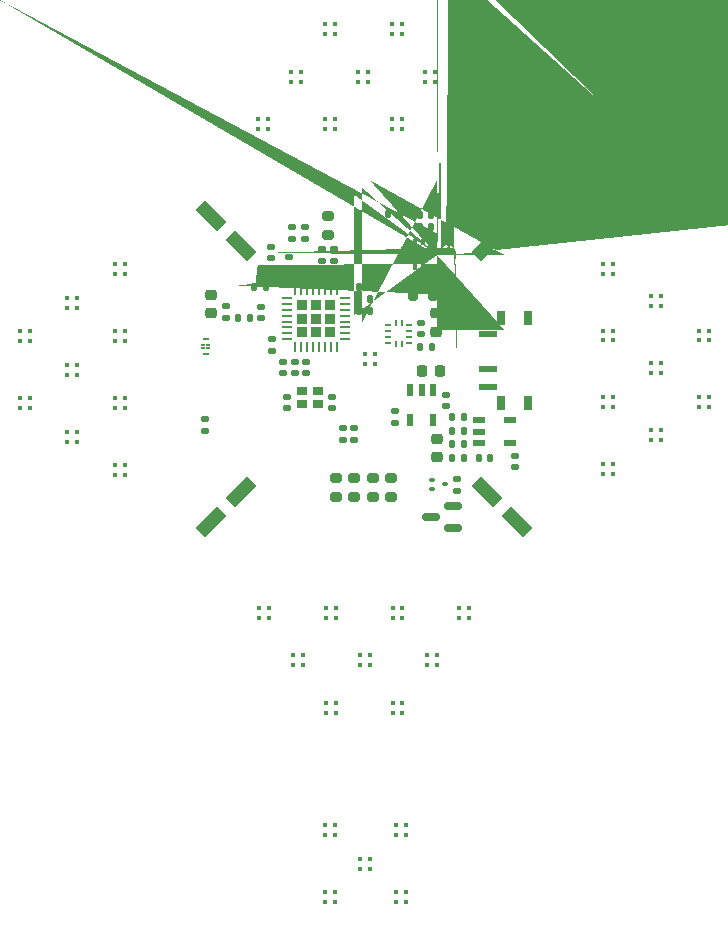
<source format=gbp>
G04 #@! TF.GenerationSoftware,KiCad,Pcbnew,9.0.3*
G04 #@! TF.CreationDate,2025-08-05T11:28:11+01:00*
G04 #@! TF.ProjectId,Badge ESC 2025,42616467-6520-4455-9343-20323032352e,rev?*
G04 #@! TF.SameCoordinates,Original*
G04 #@! TF.FileFunction,Paste,Bot*
G04 #@! TF.FilePolarity,Positive*
%FSLAX46Y46*%
G04 Gerber Fmt 4.6, Leading zero omitted, Abs format (unit mm)*
G04 Created by KiCad (PCBNEW 9.0.3) date 2025-08-05 11:28:11*
%MOMM*%
%LPD*%
G01*
G04 APERTURE LIST*
G04 Aperture macros list*
%AMRoundRect*
0 Rectangle with rounded corners*
0 $1 Rounding radius*
0 $2 $3 $4 $5 $6 $7 $8 $9 X,Y pos of 4 corners*
0 Add a 4 corners polygon primitive as box body*
4,1,4,$2,$3,$4,$5,$6,$7,$8,$9,$2,$3,0*
0 Add four circle primitives for the rounded corners*
1,1,$1+$1,$2,$3*
1,1,$1+$1,$4,$5*
1,1,$1+$1,$6,$7*
1,1,$1+$1,$8,$9*
0 Add four rect primitives between the rounded corners*
20,1,$1+$1,$2,$3,$4,$5,0*
20,1,$1+$1,$4,$5,$6,$7,0*
20,1,$1+$1,$6,$7,$8,$9,0*
20,1,$1+$1,$8,$9,$2,$3,0*%
%AMRotRect*
0 Rectangle, with rotation*
0 The origin of the aperture is its center*
0 $1 length*
0 $2 width*
0 $3 Rotation angle, in degrees counterclockwise*
0 Add horizontal line*
21,1,$1,$2,0,0,$3*%
%AMFreePoly0*
4,1,203,0.732361,0.904721,0.741803,0.900000,0.750000,0.900000,0.785355,0.885355,0.789617,0.881093,0.802361,0.874721,0.815355,0.865355,0.819617,0.861093,0.832361,0.854721,0.845355,0.845355,0.855355,0.835355,0.864721,0.822361,0.871093,0.809617,0.875355,0.805355,0.890000,0.770000,0.890000,0.761803,0.894721,0.752361,0.900000,0.730000,0.900000,0.680000,0.894721,0.657639,
0.890000,0.648197,0.890000,0.640000,0.875355,0.604645,0.871093,0.600383,0.864721,0.587639,0.855355,0.574645,0.845355,0.564645,0.832361,0.555279,0.819617,0.548907,0.815355,0.544645,0.802361,0.535279,0.789617,0.528907,0.785355,0.524645,0.750000,0.510000,0.741803,0.510000,0.732361,0.505279,0.710000,0.500000,0.636155,0.500000,0.602127,0.491493,0.590000,0.490000,
0.568113,0.490000,0.522166,0.474684,0.497735,0.458397,0.485811,0.452566,0.462166,0.444684,0.381851,0.391141,0.365355,0.374645,0.357735,0.368397,0.336055,0.353944,0.321603,0.332265,0.315355,0.324645,0.298859,0.308149,0.265315,0.257834,0.257434,0.234189,0.251603,0.222265,0.235315,0.197834,0.228042,0.176013,0.218507,0.137873,0.217434,0.134189,0.200000,0.081887,
0.200000,-0.071887,0.217434,-0.124189,0.218507,-0.127873,0.228042,-0.166013,0.235315,-0.187834,0.251603,-0.212265,0.257434,-0.224189,0.265315,-0.247834,0.278859,-0.268149,0.295355,-0.284645,0.301603,-0.292265,0.336055,-0.343944,0.357735,-0.358397,0.365355,-0.364645,0.381851,-0.381141,0.462166,-0.434684,0.485811,-0.442566,0.497735,-0.448397,0.522166,-0.464684,0.568113,-0.480000,
0.590000,-0.480000,0.602127,-0.481493,0.636155,-0.490000,0.710000,-0.490000,0.732361,-0.495279,0.741803,-0.500000,0.750000,-0.500000,0.785355,-0.514645,0.789617,-0.518907,0.802361,-0.525279,0.815355,-0.534645,0.819617,-0.538907,0.832361,-0.545279,0.845355,-0.554645,0.855355,-0.564645,0.864721,-0.577639,0.871093,-0.590383,0.875355,-0.594645,0.890000,-0.630000,0.890000,-0.638197,
0.894721,-0.647639,0.900000,-0.670000,0.900000,-0.720000,0.894721,-0.742361,0.890000,-0.751803,0.890000,-0.760000,0.875355,-0.795355,0.871093,-0.799617,0.864721,-0.812361,0.855355,-0.825355,0.845355,-0.835355,0.832361,-0.844721,0.819617,-0.851093,0.815355,-0.855355,0.802361,-0.864721,0.789617,-0.871093,0.785355,-0.875355,0.750000,-0.890000,0.741803,-0.890000,0.732361,-0.894721,
0.710000,-0.900000,0.650000,-0.900000,0.637873,-0.898507,0.603845,-0.890000,0.570000,-0.890000,0.557873,-0.888507,0.397873,-0.848507,0.387639,-0.844721,0.352549,-0.827176,0.317873,-0.818507,0.307639,-0.814721,0.267639,-0.794721,0.262265,-0.791603,0.232265,-0.771603,0.230000,-0.770000,0.191116,-0.740837,0.162265,-0.721603,0.160000,-0.720000,0.121116,-0.690837,0.092265,-0.671603,
0.084645,-0.665355,0.024645,-0.605355,0.018397,-0.597735,-0.000837,-0.568884,-0.030000,-0.530000,-0.031603,-0.527735,-0.050837,-0.498884,-0.080000,-0.460000,-0.081603,-0.457735,-0.101603,-0.427735,-0.104721,-0.422361,-0.124721,-0.382361,-0.128507,-0.372127,-0.137176,-0.337451,-0.154721,-0.302361,-0.158507,-0.292127,-0.198507,-0.132127,-0.200000,-0.120000,-0.200000,-0.086155,-0.208507,-0.052127,
-0.210000,-0.040000,-0.210000,0.050000,-0.208507,0.062127,-0.200000,0.096155,-0.200000,0.130000,-0.198507,0.142127,-0.158507,0.302127,-0.154721,0.312361,-0.137176,0.347451,-0.128507,0.382127,-0.124721,0.392361,-0.104721,0.432361,-0.101603,0.437735,-0.081603,0.467735,-0.080000,0.470000,-0.050837,0.508884,-0.031603,0.537735,-0.030000,0.540000,-0.000837,0.578884,0.018397,0.607735,
0.024645,0.615355,0.084645,0.675355,0.092265,0.681603,0.121116,0.700837,0.160000,0.730000,0.162265,0.731603,0.191116,0.750837,0.230000,0.780000,0.232265,0.781603,0.262265,0.801603,0.267639,0.804721,0.307639,0.824721,0.317873,0.828507,0.352549,0.837176,0.387639,0.854721,0.397873,0.858507,0.557873,0.898507,0.570000,0.900000,0.603845,0.900000,0.637873,0.908507,
0.650000,0.910000,0.710000,0.910000,0.732361,0.904721,0.732361,0.904721,$1*%
%AMFreePoly1*
4,1,201,-0.647873,0.908507,-0.613845,0.900000,-0.580000,0.900000,-0.567873,0.898507,-0.407873,0.858507,-0.397639,0.854721,-0.362549,0.837176,-0.327873,0.828507,-0.317639,0.824721,-0.277639,0.804721,-0.272265,0.801603,-0.242265,0.781603,-0.240000,0.780000,-0.201116,0.750837,-0.172265,0.731603,-0.170000,0.730000,-0.131116,0.700837,-0.102265,0.681603,-0.094645,0.675355,-0.034645,0.615355,
-0.028397,0.607735,-0.009163,0.578884,0.020000,0.540000,0.021603,0.537735,0.040837,0.508884,0.070000,0.470000,0.071603,0.467735,0.091603,0.437735,0.094721,0.432361,0.114721,0.392361,0.118507,0.382127,0.127176,0.347451,0.144721,0.312361,0.148507,0.302127,0.188507,0.142127,0.190000,0.130000,0.190000,0.096155,0.198507,0.062127,0.200000,0.050000,0.200000,-0.040000,
0.198507,-0.052127,0.190000,-0.086155,0.190000,-0.120000,0.188507,-0.132127,0.148507,-0.292127,0.144721,-0.302361,0.127176,-0.337451,0.118507,-0.372127,0.114721,-0.382361,0.094721,-0.422361,0.091603,-0.427735,0.071603,-0.457735,0.070000,-0.460000,0.040837,-0.498884,0.021603,-0.527735,0.020000,-0.530000,-0.009163,-0.568884,-0.028397,-0.597735,-0.034645,-0.605355,-0.094645,-0.665355,
-0.102265,-0.671603,-0.131116,-0.690837,-0.170000,-0.720000,-0.172265,-0.721603,-0.201116,-0.740837,-0.240000,-0.770000,-0.242265,-0.771603,-0.272265,-0.791603,-0.277639,-0.794721,-0.317639,-0.814721,-0.327873,-0.818507,-0.362549,-0.827176,-0.397639,-0.844721,-0.407873,-0.848507,-0.567873,-0.888507,-0.580000,-0.890000,-0.613845,-0.890000,-0.647873,-0.898507,-0.660000,-0.900000,-0.720000,-0.900000,
-0.742361,-0.894721,-0.751803,-0.890000,-0.760000,-0.890000,-0.795355,-0.875355,-0.799617,-0.871093,-0.812361,-0.864721,-0.825355,-0.855355,-0.829617,-0.851093,-0.842361,-0.844721,-0.855355,-0.835355,-0.865355,-0.825355,-0.874721,-0.812361,-0.884721,-0.792361,-0.889193,-0.773415,-0.894721,-0.762361,-0.900000,-0.740000,-0.900000,-0.731803,-0.904721,-0.722361,-0.910000,-0.700000,-0.910000,-0.690000,
-0.904721,-0.667639,-0.900000,-0.658197,-0.900000,-0.650000,-0.894721,-0.627639,-0.889193,-0.616584,-0.884721,-0.597639,-0.874721,-0.577639,-0.865355,-0.564645,-0.855355,-0.554645,-0.842361,-0.545279,-0.829617,-0.538907,-0.825355,-0.534645,-0.812361,-0.525279,-0.799617,-0.518907,-0.795355,-0.514645,-0.760000,-0.500000,-0.751803,-0.500000,-0.742361,-0.495279,-0.720000,-0.490000,-0.646155,-0.490000,
-0.612127,-0.481493,-0.600000,-0.480000,-0.578113,-0.480000,-0.532166,-0.464684,-0.507735,-0.448397,-0.495811,-0.442566,-0.472166,-0.434684,-0.391851,-0.381141,-0.375355,-0.364645,-0.367735,-0.358397,-0.346055,-0.343944,-0.311603,-0.292265,-0.305355,-0.284645,-0.288859,-0.268149,-0.255315,-0.217834,-0.238042,-0.166013,-0.228507,-0.127873,-0.227434,-0.124189,-0.210000,-0.071887,-0.210000,0.081887,
-0.227434,0.134189,-0.228507,0.137873,-0.238042,0.176013,-0.255315,0.227834,-0.308859,0.308149,-0.325355,0.324645,-0.331603,0.332265,-0.346055,0.353944,-0.367735,0.368397,-0.375355,0.374645,-0.391851,0.391141,-0.472166,0.444684,-0.495811,0.452566,-0.507735,0.458397,-0.532166,0.474684,-0.578113,0.490000,-0.600000,0.490000,-0.612127,0.491493,-0.646155,0.500000,-0.720000,0.500000,
-0.742361,0.505279,-0.751803,0.510000,-0.760000,0.510000,-0.795355,0.524645,-0.799617,0.528907,-0.812361,0.535279,-0.825355,0.544645,-0.829617,0.548907,-0.842361,0.555279,-0.855355,0.564645,-0.865355,0.574645,-0.874721,0.587639,-0.884721,0.607639,-0.889193,0.626584,-0.894721,0.637639,-0.900000,0.660000,-0.900000,0.668197,-0.904721,0.677639,-0.910000,0.700000,-0.910000,0.710000,
-0.904721,0.732361,-0.900000,0.741803,-0.900000,0.750000,-0.894721,0.772361,-0.889193,0.783415,-0.884721,0.802361,-0.874721,0.822361,-0.865355,0.835355,-0.855355,0.845355,-0.842361,0.854721,-0.829617,0.861093,-0.825355,0.865355,-0.812361,0.874721,-0.799617,0.881093,-0.795355,0.885355,-0.760000,0.900000,-0.751803,0.900000,-0.742361,0.904721,-0.720000,0.910000,-0.660000,0.910000,
-0.647873,0.908507,-0.647873,0.908507,$1*%
G04 Aperture macros list end*
%ADD10R,0.450000X0.450000*%
%ADD11RoundRect,0.135000X-0.135000X-0.185000X0.135000X-0.185000X0.135000X0.185000X-0.135000X0.185000X0*%
%ADD12RoundRect,0.140000X0.170000X-0.140000X0.170000X0.140000X-0.170000X0.140000X-0.170000X-0.140000X0*%
%ADD13R,0.500000X0.280000*%
%ADD14R,0.280000X0.500000*%
%ADD15R,0.900000X0.800000*%
%ADD16RoundRect,0.140000X-0.140000X-0.170000X0.140000X-0.170000X0.140000X0.170000X-0.140000X0.170000X0*%
%ADD17RoundRect,0.140000X0.140000X0.170000X-0.140000X0.170000X-0.140000X-0.170000X0.140000X-0.170000X0*%
%ADD18RoundRect,0.200000X0.275000X-0.200000X0.275000X0.200000X-0.275000X0.200000X-0.275000X-0.200000X0*%
%ADD19RoundRect,0.135000X-0.185000X0.135000X-0.185000X-0.135000X0.185000X-0.135000X0.185000X0.135000X0*%
%ADD20RoundRect,0.147500X0.172500X-0.147500X0.172500X0.147500X-0.172500X0.147500X-0.172500X-0.147500X0*%
%ADD21RoundRect,0.100000X-0.125000X-0.100000X0.125000X-0.100000X0.125000X0.100000X-0.125000X0.100000X0*%
%ADD22RoundRect,0.147500X-0.147500X-0.172500X0.147500X-0.172500X0.147500X0.172500X-0.147500X0.172500X0*%
%ADD23RoundRect,0.140000X-0.170000X0.140000X-0.170000X-0.140000X0.170000X-0.140000X0.170000X0.140000X0*%
%ADD24RoundRect,0.135000X0.135000X0.185000X-0.135000X0.185000X-0.135000X-0.185000X0.135000X-0.185000X0*%
%ADD25R,0.630000X0.220000*%
%ADD26R,0.300000X0.200000*%
%ADD27R,0.400000X0.600000*%
%ADD28FreePoly0,0.000000*%
%ADD29FreePoly1,0.000000*%
%ADD30RotRect,2.600000X1.100000X225.000000*%
%ADD31RoundRect,0.225000X-0.250000X0.225000X-0.250000X-0.225000X0.250000X-0.225000X0.250000X0.225000X0*%
%ADD32RotRect,2.600000X1.100000X45.000000*%
%ADD33RoundRect,0.200000X-0.275000X0.200000X-0.275000X-0.200000X0.275000X-0.200000X0.275000X0.200000X0*%
%ADD34RoundRect,0.150000X0.587500X0.150000X-0.587500X0.150000X-0.587500X-0.150000X0.587500X-0.150000X0*%
%ADD35R,0.600000X1.100000*%
%ADD36RoundRect,0.225000X0.225000X0.250000X-0.225000X0.250000X-0.225000X-0.250000X0.225000X-0.250000X0*%
%ADD37RotRect,2.600000X1.100000X315.000000*%
%ADD38R,1.100000X0.600000*%
%ADD39RoundRect,0.200000X-0.200000X-0.275000X0.200000X-0.275000X0.200000X0.275000X-0.200000X0.275000X0*%
%ADD40RoundRect,0.232500X-0.232500X-0.232500X0.232500X-0.232500X0.232500X0.232500X-0.232500X0.232500X0*%
%ADD41RoundRect,0.062500X-0.375000X-0.062500X0.375000X-0.062500X0.375000X0.062500X-0.375000X0.062500X0*%
%ADD42RoundRect,0.062500X-0.062500X-0.375000X0.062500X-0.375000X0.062500X0.375000X-0.062500X0.375000X0*%
%ADD43R,1.520000X0.600000*%
%ADD44R,0.700000X1.200000*%
%ADD45RoundRect,0.225000X0.250000X-0.225000X0.250000X0.225000X-0.250000X0.225000X-0.250000X-0.225000X0*%
%ADD46RotRect,2.600000X1.100000X135.000000*%
G04 APERTURE END LIST*
D10*
G04 #@! TO.C,LED25*
X142229668Y-120680000D03*
X141389668Y-120680000D03*
X142229668Y-121520000D03*
X141389668Y-121520000D03*
G04 #@! TD*
D11*
G04 #@! TO.C,R7*
X127370001Y-88180000D03*
X128389999Y-88180000D03*
G04 #@! TD*
D10*
G04 #@! TO.C,LED32*
X132780000Y-141575698D03*
X133620000Y-141575698D03*
X132780000Y-140735698D03*
X133620000Y-140735698D03*
G04 #@! TD*
D12*
G04 #@! TO.C,C31*
X148896000Y-104722000D03*
X148896000Y-103762000D03*
G04 #@! TD*
D13*
G04 #@! TO.C,U1*
X138140000Y-94200000D03*
X138140000Y-93700000D03*
X138140000Y-93200000D03*
X138140000Y-92700000D03*
D14*
X138770000Y-92570000D03*
X139270000Y-92570000D03*
D13*
X139900000Y-92700000D03*
X139900000Y-93200000D03*
X139900000Y-93700000D03*
X139900000Y-94200000D03*
D14*
X139270000Y-94330000D03*
X138770000Y-94330000D03*
G04 #@! TD*
D12*
G04 #@! TO.C,C20*
X140921000Y-93502000D03*
X140921000Y-92542000D03*
G04 #@! TD*
D10*
G04 #@! TO.C,LED10*
X157200000Y-88345099D03*
X157200000Y-87505099D03*
X156360000Y-88345099D03*
X156360000Y-87505099D03*
G04 #@! TD*
D15*
G04 #@! TO.C,Y1*
X130800000Y-98300000D03*
X132200000Y-98300000D03*
X132200000Y-99400000D03*
X130800000Y-99400000D03*
G04 #@! TD*
D16*
G04 #@! TO.C,C25*
X140820000Y-84420000D03*
X141780000Y-84420000D03*
G04 #@! TD*
D10*
G04 #@! TO.C,LED42*
X136160000Y-96000000D03*
X137000000Y-96000000D03*
X136160000Y-95160000D03*
X137000000Y-95160000D03*
G04 #@! TD*
G04 #@! TO.C,LED1*
X127991079Y-75300000D03*
X127151079Y-75300000D03*
X127991079Y-76140000D03*
X127151079Y-76140000D03*
G04 #@! TD*
G04 #@! TO.C,LED28*
X133620000Y-135068698D03*
X132780000Y-135068698D03*
X133620000Y-135908698D03*
X132780000Y-135908698D03*
G04 #@! TD*
D16*
G04 #@! TO.C,C8*
X145811000Y-103961000D03*
X146771000Y-103961000D03*
G04 #@! TD*
D10*
G04 #@! TO.C,LED23*
X130929668Y-120680000D03*
X130089668Y-120680000D03*
X130929668Y-121520000D03*
X130089668Y-121520000D03*
G04 #@! TD*
D16*
G04 #@! TO.C,C21*
X140840000Y-94600000D03*
X141800000Y-94600000D03*
G04 #@! TD*
D10*
G04 #@! TO.C,LED20*
X138503001Y-117500000D03*
X139343001Y-117500000D03*
X138503001Y-116660000D03*
X139343001Y-116660000D03*
G04 #@! TD*
D17*
G04 #@! TO.C,C16*
X136580000Y-89500000D03*
X135620000Y-89500000D03*
G04 #@! TD*
D12*
G04 #@! TO.C,C18*
X133400000Y-99730000D03*
X133400000Y-98770000D03*
G04 #@! TD*
D18*
G04 #@! TO.C,R18*
X136820667Y-107284999D03*
X136820667Y-105634999D03*
G04 #@! TD*
D10*
G04 #@! TO.C,LED30*
X135780000Y-138720000D03*
X136620000Y-138720000D03*
X135780000Y-137880000D03*
X136620000Y-137880000D03*
G04 #@! TD*
G04 #@! TO.C,LED18*
X165260000Y-99678432D03*
X165260000Y-98838432D03*
X164420000Y-99678432D03*
X164420000Y-98838432D03*
G04 #@! TD*
D12*
G04 #@! TO.C,C28*
X128298000Y-94869500D03*
X128298000Y-93909500D03*
G04 #@! TD*
D19*
G04 #@! TO.C,R11*
X143938000Y-105729001D03*
X143938000Y-106748999D03*
G04 #@! TD*
D10*
G04 #@! TO.C,LED13*
X157200000Y-105345099D03*
X157200000Y-104505099D03*
X156360000Y-105345099D03*
X156360000Y-104505099D03*
G04 #@! TD*
G04 #@! TO.C,LED27*
X132836335Y-125540000D03*
X133676335Y-125540000D03*
X132836335Y-124700000D03*
X133676335Y-124700000D03*
G04 #@! TD*
G04 #@! TO.C,LED19*
X144169668Y-117500000D03*
X145009668Y-117500000D03*
X144169668Y-116660000D03*
X145009668Y-116660000D03*
G04 #@! TD*
D20*
G04 #@! TO.C,L4*
X131200000Y-96785000D03*
X131200000Y-95815000D03*
G04 #@! TD*
D21*
G04 #@! TO.C,Q2*
X141800000Y-106600000D03*
X141800000Y-105800000D03*
X142949999Y-106200000D03*
G04 #@! TD*
D11*
G04 #@! TO.C,R21*
X143547001Y-103939000D03*
X144566999Y-103939000D03*
G04 #@! TD*
D22*
G04 #@! TO.C,L1*
X125435000Y-92140000D03*
X126405000Y-92140000D03*
G04 #@! TD*
D19*
G04 #@! TO.C,R6*
X138720000Y-100020001D03*
X138720000Y-101039999D03*
G04 #@! TD*
D23*
G04 #@! TO.C,C27*
X122659500Y-100692500D03*
X122659500Y-101652500D03*
G04 #@! TD*
D24*
G04 #@! TO.C,R14*
X142109999Y-88900000D03*
X141090001Y-88900000D03*
G04 #@! TD*
D10*
G04 #@! TO.C,LED7*
X129931079Y-72120000D03*
X130771079Y-72120000D03*
X129931079Y-71280000D03*
X130771079Y-71280000D03*
G04 #@! TD*
D25*
G04 #@! TO.C,ANT2*
X122673999Y-95133500D03*
D26*
X122474000Y-94673500D03*
X122474000Y-94363500D03*
D25*
X122673999Y-93913500D03*
D26*
X122873998Y-94373500D03*
X122873998Y-94673500D03*
G04 #@! TD*
D23*
G04 #@! TO.C,C6*
X130200000Y-95820000D03*
X130200000Y-96780000D03*
G04 #@! TD*
D10*
G04 #@! TO.C,LED15*
X160380000Y-95935099D03*
X160380000Y-96775099D03*
X161220000Y-95935099D03*
X161220000Y-96775099D03*
G04 #@! TD*
D17*
G04 #@! TO.C,C17*
X144537000Y-101659667D03*
X143577000Y-101659667D03*
G04 #@! TD*
D16*
G04 #@! TO.C,C32*
X138150000Y-83330001D03*
X139110000Y-83330001D03*
G04 #@! TD*
D10*
G04 #@! TO.C,LED9*
X139324412Y-67240000D03*
X138484412Y-67240000D03*
X139324412Y-68080000D03*
X138484412Y-68080000D03*
G04 #@! TD*
D19*
G04 #@! TO.C,R1*
X135270000Y-101400001D03*
X135270000Y-102419999D03*
G04 #@! TD*
D27*
G04 #@! TO.C,U5*
X140427068Y-85678488D03*
X141077068Y-85678488D03*
X141727068Y-85678488D03*
D28*
X142307069Y-86758488D03*
D29*
X143707068Y-86758488D03*
D27*
X141727068Y-87818488D03*
X141077068Y-87818488D03*
X140427068Y-87818488D03*
G04 #@! TD*
D30*
G04 #@! TO.C,C1*
X149023995Y-83451005D03*
X146478411Y-85996589D03*
G04 #@! TD*
D10*
G04 #@! TO.C,LED39*
X111820000Y-102583686D03*
X111820000Y-101743686D03*
X110980000Y-102583686D03*
X110980000Y-101743686D03*
G04 #@! TD*
G04 #@! TO.C,LED8*
X133657746Y-67240000D03*
X132817746Y-67240000D03*
X133657746Y-68080000D03*
X132817746Y-68080000D03*
G04 #@! TD*
D12*
G04 #@! TO.C,C22*
X129600000Y-99730000D03*
X129600000Y-98770000D03*
G04 #@! TD*
D19*
G04 #@! TO.C,R2*
X134270000Y-101400001D03*
X134270000Y-102419999D03*
G04 #@! TD*
D10*
G04 #@! TO.C,LED4*
X144991079Y-75300000D03*
X144151079Y-75300000D03*
X144991079Y-76140000D03*
X144151079Y-76140000D03*
G04 #@! TD*
D23*
G04 #@! TO.C,C24*
X128200000Y-86090000D03*
X128200000Y-87050000D03*
G04 #@! TD*
D10*
G04 #@! TO.C,LED21*
X132836335Y-117500000D03*
X133676335Y-117500000D03*
X132836335Y-116660000D03*
X133676335Y-116660000D03*
G04 #@! TD*
G04 #@! TO.C,LED29*
X139620000Y-135046500D03*
X138780000Y-135046500D03*
X139620000Y-135886500D03*
X138780000Y-135886500D03*
G04 #@! TD*
D18*
G04 #@! TO.C,R19*
X135247333Y-107284999D03*
X135247333Y-105634999D03*
G04 #@! TD*
D12*
G04 #@! TO.C,C7*
X129760000Y-87870000D03*
X129760000Y-86910000D03*
G04 #@! TD*
G04 #@! TO.C,C14*
X127400000Y-92100000D03*
X127400000Y-91140000D03*
G04 #@! TD*
D10*
G04 #@! TO.C,LED11*
X157200000Y-94011766D03*
X157200000Y-93171766D03*
X156360000Y-94011766D03*
X156360000Y-93171766D03*
G04 #@! TD*
D19*
G04 #@! TO.C,R10*
X133580000Y-86290001D03*
X133580000Y-87309999D03*
G04 #@! TD*
D16*
G04 #@! TO.C,C26*
X140810000Y-83350000D03*
X141770000Y-83350000D03*
G04 #@! TD*
D10*
G04 #@! TO.C,LED5*
X141231079Y-72120000D03*
X142071079Y-72120000D03*
X141231079Y-71280000D03*
X142071079Y-71280000D03*
G04 #@! TD*
D18*
G04 #@! TO.C,R17*
X138394000Y-107285000D03*
X138394000Y-105635000D03*
G04 #@! TD*
D31*
G04 #@! TO.C,C9*
X142301000Y-102326000D03*
X142301000Y-103876000D03*
G04 #@! TD*
D32*
G04 #@! TO.C,C4*
X123127208Y-109397792D03*
X125672792Y-106852208D03*
G04 #@! TD*
D10*
G04 #@! TO.C,LED14*
X160380000Y-101585099D03*
X160380000Y-102425099D03*
X161220000Y-101585099D03*
X161220000Y-102425099D03*
G04 #@! TD*
G04 #@! TO.C,LED40*
X106960000Y-98857019D03*
X106960000Y-99697019D03*
X107800000Y-98857019D03*
X107800000Y-99697019D03*
G04 #@! TD*
G04 #@! TO.C,LED6*
X135581079Y-72120000D03*
X136421079Y-72120000D03*
X135581079Y-71280000D03*
X136421079Y-71280000D03*
G04 #@! TD*
G04 #@! TO.C,LED2*
X133657746Y-75300000D03*
X132817746Y-75300000D03*
X133657746Y-76140000D03*
X132817746Y-76140000D03*
G04 #@! TD*
D33*
G04 #@! TO.C,R25*
X133050000Y-83465000D03*
X133050000Y-85115000D03*
G04 #@! TD*
D34*
G04 #@! TO.C,Q1*
X143600000Y-108000000D03*
X143600000Y-109900000D03*
X141724999Y-108950000D03*
G04 #@! TD*
D10*
G04 #@! TO.C,LED12*
X157200000Y-99678432D03*
X157200000Y-98838432D03*
X156360000Y-99678432D03*
X156360000Y-98838432D03*
G04 #@! TD*
D11*
G04 #@! TO.C,R8*
X126790000Y-89500000D03*
X127810000Y-89500000D03*
G04 #@! TD*
D10*
G04 #@! TO.C,LED36*
X115000000Y-87523686D03*
X115000000Y-88363686D03*
X115840000Y-87523686D03*
X115840000Y-88363686D03*
G04 #@! TD*
D35*
G04 #@! TO.C,U2*
X140011000Y-98185000D03*
X140961000Y-98185000D03*
X141911000Y-98185000D03*
X141911000Y-100785000D03*
X140011000Y-100785000D03*
G04 #@! TD*
D10*
G04 #@! TO.C,LED26*
X138503001Y-125540000D03*
X139343001Y-125540000D03*
X138503001Y-124700000D03*
X139343001Y-124700000D03*
G04 #@! TD*
D36*
G04 #@! TO.C,C11*
X142536000Y-96589000D03*
X140986000Y-96589000D03*
G04 #@! TD*
D19*
G04 #@! TO.C,R9*
X132520000Y-86290001D03*
X132520000Y-87309999D03*
G04 #@! TD*
D10*
G04 #@! TO.C,LED37*
X111820000Y-91283686D03*
X111820000Y-90443686D03*
X110980000Y-91283686D03*
X110980000Y-90443686D03*
G04 #@! TD*
G04 #@! TO.C,LED17*
X165260000Y-94011766D03*
X165260000Y-93171766D03*
X164420000Y-94011766D03*
X164420000Y-93171766D03*
G04 #@! TD*
G04 #@! TO.C,LED41*
X106960000Y-93190353D03*
X106960000Y-94030353D03*
X107800000Y-93190353D03*
X107800000Y-94030353D03*
G04 #@! TD*
D17*
G04 #@! TO.C,C23*
X136580000Y-91500000D03*
X135620000Y-91500000D03*
G04 #@! TD*
D12*
G04 #@! TO.C,C13*
X124440000Y-92080000D03*
X124440000Y-91120000D03*
G04 #@! TD*
D37*
G04 #@! TO.C,C2*
X123123330Y-83501026D03*
X125668914Y-86046610D03*
G04 #@! TD*
D10*
G04 #@! TO.C,LED35*
X115000000Y-93190353D03*
X115000000Y-94030353D03*
X115840000Y-93190353D03*
X115840000Y-94030353D03*
G04 #@! TD*
D38*
G04 #@! TO.C,U4*
X145857000Y-102669000D03*
X145857000Y-101719000D03*
X145857000Y-100769000D03*
X148457000Y-100769000D03*
X148457000Y-102669000D03*
G04 #@! TD*
D10*
G04 #@! TO.C,LED22*
X127169668Y-117500000D03*
X128009668Y-117500000D03*
X127169668Y-116660000D03*
X128009668Y-116660000D03*
G04 #@! TD*
D11*
G04 #@! TO.C,R23*
X143547001Y-102794333D03*
X144566999Y-102794333D03*
G04 #@! TD*
G04 #@! TO.C,R4*
X133900000Y-88400000D03*
X134919998Y-88400000D03*
G04 #@! TD*
D39*
G04 #@! TO.C,R13*
X140275000Y-90200000D03*
X141925000Y-90200000D03*
G04 #@! TD*
D40*
G04 #@! TO.C,U3*
X130870000Y-91007500D03*
X130870000Y-92157500D03*
X130870000Y-93307500D03*
X132020000Y-91007500D03*
X132020000Y-92157500D03*
X132020000Y-93307500D03*
X133170000Y-91007500D03*
X133170000Y-92157500D03*
X133170000Y-93307500D03*
D41*
X129582500Y-93907500D03*
X129582500Y-93407500D03*
X129582500Y-92907500D03*
X129582500Y-92407500D03*
X129582500Y-91907500D03*
X129582500Y-91407500D03*
X129582500Y-90907500D03*
X129582500Y-90407500D03*
D42*
X130270000Y-89720000D03*
X130770000Y-89720000D03*
X131270000Y-89720000D03*
X131770000Y-89720000D03*
X132270000Y-89720000D03*
X132770000Y-89720000D03*
X133270000Y-89720000D03*
X133770000Y-89720000D03*
D41*
X134457500Y-90407500D03*
X134457500Y-90907500D03*
X134457500Y-91407500D03*
X134457500Y-91907500D03*
X134457500Y-92407500D03*
X134457500Y-92907500D03*
X134457500Y-93407500D03*
X134457500Y-93907500D03*
D42*
X133770000Y-94595000D03*
X133270000Y-94595000D03*
X132770000Y-94595000D03*
X132270000Y-94595000D03*
X131770000Y-94595000D03*
X131270000Y-94595000D03*
X130770000Y-94595000D03*
X130270000Y-94595000D03*
G04 #@! TD*
D23*
G04 #@! TO.C,C10*
X143030000Y-98600000D03*
X143030000Y-99560000D03*
G04 #@! TD*
D43*
G04 #@! TO.C,SW1*
X146600000Y-93450000D03*
X146600000Y-96450001D03*
X146600000Y-97950000D03*
D44*
X150000000Y-92100000D03*
X147700000Y-92100001D03*
X147700000Y-99299999D03*
X150000000Y-99300000D03*
G04 #@! TD*
D10*
G04 #@! TO.C,LED38*
X111820000Y-96933686D03*
X111820000Y-96093686D03*
X110980000Y-96933686D03*
X110980000Y-96093686D03*
G04 #@! TD*
D45*
G04 #@! TO.C,C12*
X123150000Y-91705000D03*
X123150000Y-90155000D03*
G04 #@! TD*
G04 #@! TO.C,C19*
X142200000Y-93275000D03*
X142200000Y-91725000D03*
G04 #@! TD*
D10*
G04 #@! TO.C,LED34*
X115000000Y-98857019D03*
X115000000Y-99697019D03*
X115840000Y-98857019D03*
X115840000Y-99697019D03*
G04 #@! TD*
D19*
G04 #@! TO.C,R3*
X129985000Y-84386001D03*
X129985000Y-85405999D03*
G04 #@! TD*
D10*
G04 #@! TO.C,LED16*
X160380000Y-90285099D03*
X160380000Y-91125099D03*
X161220000Y-90285099D03*
X161220000Y-91125099D03*
G04 #@! TD*
G04 #@! TO.C,LED33*
X115000000Y-104523687D03*
X115000000Y-105363687D03*
X115840000Y-104523687D03*
X115840000Y-105363687D03*
G04 #@! TD*
D19*
G04 #@! TO.C,R5*
X131100000Y-84390001D03*
X131100000Y-85409999D03*
G04 #@! TD*
D46*
G04 #@! TO.C,C3*
X149048995Y-109385584D03*
X146503411Y-106840000D03*
G04 #@! TD*
D10*
G04 #@! TO.C,LED24*
X136579668Y-120680000D03*
X135739668Y-120680000D03*
X136579668Y-121520000D03*
X135739668Y-121520000D03*
G04 #@! TD*
D12*
G04 #@! TO.C,C5*
X129200000Y-96780000D03*
X129200000Y-95820000D03*
G04 #@! TD*
D10*
G04 #@! TO.C,LED3*
X139324412Y-75300000D03*
X138484412Y-75300000D03*
X139324412Y-76140000D03*
X138484412Y-76140000D03*
G04 #@! TD*
D11*
G04 #@! TO.C,R16*
X143547001Y-100525000D03*
X144566999Y-100525000D03*
G04 #@! TD*
D18*
G04 #@! TO.C,R20*
X133674000Y-107285000D03*
X133674000Y-105635000D03*
G04 #@! TD*
D10*
G04 #@! TO.C,LED31*
X138780000Y-141575698D03*
X139620000Y-141575698D03*
X138780000Y-140735698D03*
X139620000Y-140735698D03*
G04 #@! TD*
D16*
G04 #@! TO.C,C15*
X135620000Y-90500000D03*
X136580000Y-90500000D03*
G04 #@! TD*
M02*

</source>
